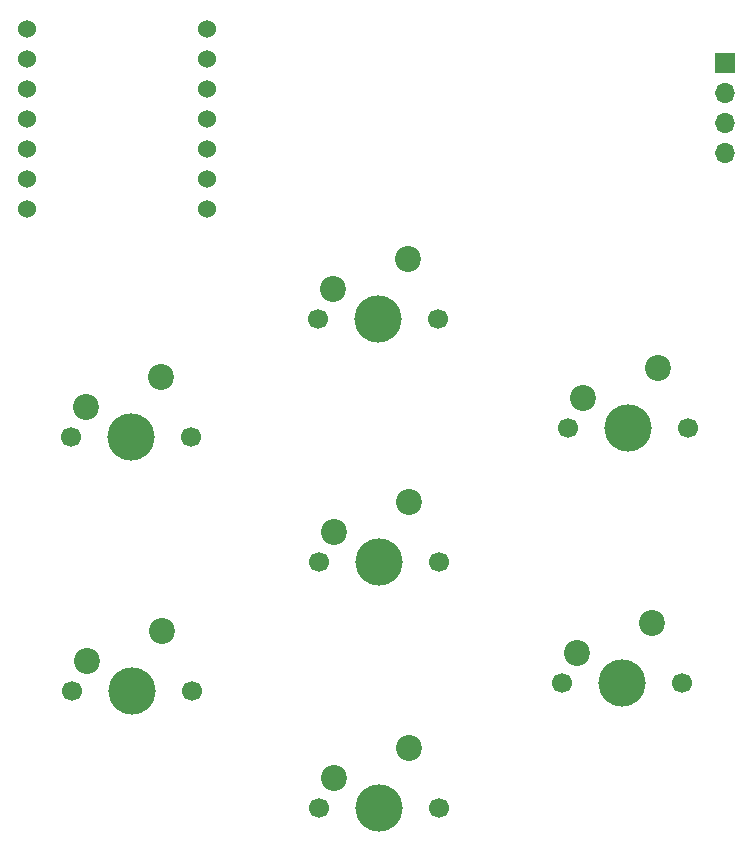
<source format=gbr>
%TF.GenerationSoftware,KiCad,Pcbnew,9.0.2*%
%TF.CreationDate,2025-07-27T13:16:15+05:30*%
%TF.ProjectId,honey-pad,686f6e65-792d-4706-9164-2e6b69636164,rev?*%
%TF.SameCoordinates,Original*%
%TF.FileFunction,Soldermask,Bot*%
%TF.FilePolarity,Negative*%
%FSLAX46Y46*%
G04 Gerber Fmt 4.6, Leading zero omitted, Abs format (unit mm)*
G04 Created by KiCad (PCBNEW 9.0.2) date 2025-07-27 13:16:15*
%MOMM*%
%LPD*%
G01*
G04 APERTURE LIST*
%ADD10R,1.700000X1.700000*%
%ADD11O,1.700000X1.700000*%
%ADD12C,1.524000*%
%ADD13C,1.700000*%
%ADD14C,4.000000*%
%ADD15C,2.200000*%
G04 APERTURE END LIST*
D10*
%TO.C,J1*%
X129533750Y-74886250D03*
D11*
X129533750Y-77426250D03*
X129533750Y-79966250D03*
X129533750Y-82506250D03*
%TD*%
D12*
%TO.C,U1*%
X70400000Y-72068500D03*
X70400000Y-74608500D03*
X70400000Y-77148500D03*
X70400000Y-79688500D03*
X70400000Y-82228500D03*
X70400000Y-84768500D03*
X70400000Y-87308500D03*
X85640000Y-87308500D03*
X85640000Y-84768500D03*
X85640000Y-82228500D03*
X85640000Y-79688500D03*
X85640000Y-77148500D03*
X85640000Y-74608500D03*
X85640000Y-72068500D03*
%TD*%
D13*
%TO.C,SW7*%
X95140000Y-117200000D03*
D14*
X100220000Y-117200000D03*
D13*
X105300000Y-117200000D03*
D15*
X102760000Y-112120000D03*
X96410000Y-114660000D03*
%TD*%
D13*
%TO.C,SW1*%
X95040000Y-96600000D03*
D14*
X100120000Y-96600000D03*
D13*
X105200000Y-96600000D03*
D15*
X102660000Y-91520000D03*
X96310000Y-94060000D03*
%TD*%
D13*
%TO.C,SW6*%
X74140000Y-106600000D03*
D14*
X79220000Y-106600000D03*
D13*
X84300000Y-106600000D03*
D15*
X81760000Y-101520000D03*
X75410000Y-104060000D03*
%TD*%
D13*
%TO.C,SW4*%
X115740000Y-127400000D03*
D14*
X120820000Y-127400000D03*
D13*
X125900000Y-127400000D03*
D15*
X123360000Y-122320000D03*
X117010000Y-124860000D03*
%TD*%
D13*
%TO.C,SW2*%
X74240000Y-128100000D03*
D14*
X79320000Y-128100000D03*
D13*
X84400000Y-128100000D03*
D15*
X81860000Y-123020000D03*
X75510000Y-125560000D03*
%TD*%
D13*
%TO.C,SW3*%
X95140000Y-138000000D03*
D14*
X100220000Y-138000000D03*
D13*
X105300000Y-138000000D03*
D15*
X102760000Y-132920000D03*
X96410000Y-135460000D03*
%TD*%
D13*
%TO.C,SW5*%
X116200000Y-105800000D03*
D14*
X121280000Y-105800000D03*
D13*
X126360000Y-105800000D03*
D15*
X123820000Y-100720000D03*
X117470000Y-103260000D03*
%TD*%
M02*

</source>
